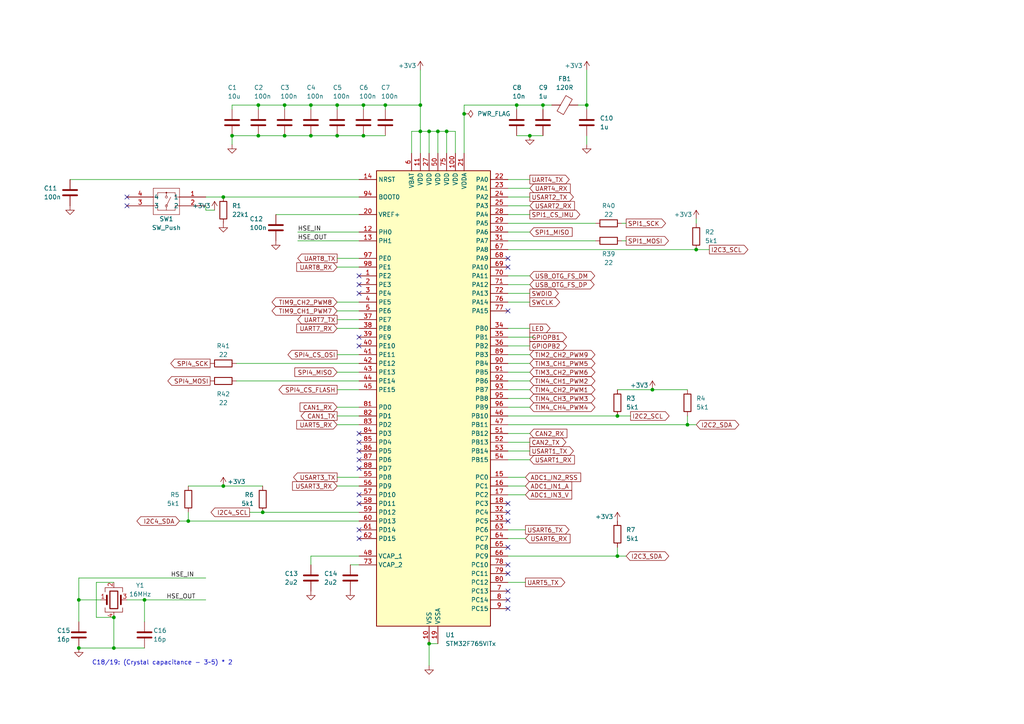
<source format=kicad_sch>
(kicad_sch (version 20231120) (generator "eeschema") (generator_version "8.0")
  (paper "A4")
  (lib_symbols
    (symbol "Device:C" (pin_numbers hide) (pin_names (offset 0.254))
      (property "Reference" "C" (at 0.635 2.54 0))
      (property "Value" "C" (at 0.635 -2.54 0))
      (symbol "C_0_1"
        (polyline (pts (xy -2.032 -0.762) (xy 2.032 -0.762)) (stroke (width 0.508)))
        (polyline (pts (xy -2.032 0.762) (xy 2.032 0.762)) (stroke (width 0.508)))
      )
      (symbol "C_1_1"
        (pin passive line (at 0 3.81 270) (length 2.794) (name "~") (number "1"))
        (pin passive line (at 0 -3.81 90) (length 2.794) (name "~") (number "2"))
      )
    )
    (symbol "Device:Crystal_GND24" (pin_names (offset 1.016) hide)
      (property "Reference" "Y" (at 3.175 5.08 0))
      (property "Value" "Crystal_GND24" (at 3.175 3.175 0))
      (symbol "Crystal_GND24_0_1"
        (rectangle (start -1.143 2.54) (end 1.143 -2.54) (stroke (width 0.3048)))
        (polyline (pts (xy -2.54 0) (xy -2.032 0)))
        (polyline (pts (xy -2.032 -1.27) (xy -2.032 1.27)) (stroke (width 0.508)))
        (polyline (pts (xy 0 -3.81) (xy 0 -3.556)))
        (polyline (pts (xy 0 3.556) (xy 0 3.81)))
        (polyline (pts (xy 2.032 -1.27) (xy 2.032 1.27)) (stroke (width 0.508)))
        (polyline (pts (xy 2.032 0) (xy 2.54 0)))
        (polyline (pts (xy -2.54 -2.286) (xy -2.54 -3.556) (xy 2.54 -3.556) (xy 2.54 -2.286)))
        (polyline (pts (xy -2.54 2.286) (xy -2.54 3.556) (xy 2.54 3.556) (xy 2.54 2.286)))
      )
      (symbol "Crystal_GND24_1_1"
        (pin passive line (at -3.81 0 0) (length 1.27) (name "1") (number "1"))
        (pin passive line (at 0 5.08 270) (length 1.27) (name "2") (number "2"))
        (pin passive line (at 3.81 0 180) (length 1.27) (name "3") (number "3"))
        (pin passive line (at 0 -5.08 90) (length 1.27) (name "4") (number "4"))
      )
    )
    (symbol "Device:FerriteBead" (pin_numbers hide) (pin_names (offset 0))
      (property "Reference" "FB" (at -3.81 0.635 90))
      (property "Value" "FerriteBead" (at 3.81 0 90))
      (symbol "FerriteBead_0_1"
        (polyline (pts (xy 0 -1.27) (xy 0 -1.2192)))
        (polyline (pts (xy 0 1.27) (xy 0 1.2954)))
        (polyline (pts (xy -2.7686 0.4064) (xy -1.7018 2.2606) (xy 2.7686 -0.3048) (xy 1.6764 -2.159) (xy -2.7686 0.4064)))
      )
      (symbol "FerriteBead_1_1"
        (pin passive line (at 0 3.81 270) (length 2.54) (name "~") (number "1"))
        (pin passive line (at 0 -3.81 90) (length 2.54) (name "~") (number "2"))
      )
    )
    (symbol "Device:R" (pin_numbers hide) (pin_names (offset 0))
      (property "Reference" "R" (at 2.032 0 90))
      (property "Value" "R" (at 0 0 90))
      (symbol "R_0_1"
        (rectangle (start -1.016 -2.54) (end 1.016 2.54) (stroke (width 0.254)))
      )
      (symbol "R_1_1"
        (pin passive line (at 0 3.81 270) (length 1.27) (name "~") (number "1"))
        (pin passive line (at 0 -3.81 90) (length 1.27) (name "~") (number "2"))
      )
    )
    (symbol "MCU_ST_STM32F7:STM32F765VITx"
      (property "Reference" "U" (at -15.24 67.31 0))
      (property "Value" "STM32F765VITx" (at 12.7 67.31 0))
      (symbol "STM32F765VITx_0_1"
        (rectangle (start -15.24 -66.04) (end 17.78 66.04) (stroke (width 0.254)) (fill (type background)))
      )
      (symbol "STM32F765VITx_1_1"
        (pin bidirectional line (at -20.32 35.56 0) (length 5.08) (name "PE2") (number "1"))
        (pin power_in line (at 0 -71.12 90) (length 5.08) (name "VSS") (number "10"))
        (pin power_in line (at 7.62 71.12 270) (length 5.08) (name "VDD") (number "100"))
        (pin power_in line (at -2.54 71.12 270) (length 5.08) (name "VDD") (number "11"))
        (pin bidirectional line (at -20.32 48.26 0) (length 5.08) (name "PH0") (number "12"))
        (pin bidirectional line (at -20.32 45.72 0) (length 5.08) (name "PH1") (number "13"))
        (pin input line (at -20.32 63.5 0) (length 5.08) (name "NRST") (number "14"))
        (pin bidirectional line (at 22.86 -22.86 180) (length 5.08) (name "PC0") (number "15"))
        (pin bidirectional line (at 22.86 -25.4 180) (length 5.08) (name "PC1") (number "16"))
        (pin bidirectional line (at 22.86 -27.94 180) (length 5.08) (name "PC2") (number "17"))
        (pin bidirectional line (at 22.86 -30.48 180) (length 5.08) (name "PC3") (number "18"))
        (pin power_in line (at 2.54 -71.12 90) (length 5.08) (name "VSSA") (number "19"))
        (pin bidirectional line (at -20.32 33.02 0) (length 5.08) (name "PE3") (number "2"))
        (pin input line (at -20.32 53.34 0) (length 5.08) (name "VREF+") (number "20"))
        (pin power_in line (at 10.16 71.12 270) (length 5.08) (name "VDDA") (number "21"))
        (pin bidirectional line (at 22.86 63.5 180) (length 5.08) (name "PA0") (number "22"))
        (pin bidirectional line (at 22.86 60.96 180) (length 5.08) (name "PA1") (number "23"))
        (pin bidirectional line (at 22.86 58.42 180) (length 5.08) (name "PA2") (number "24"))
        (pin bidirectional line (at 22.86 55.88 180) (length 5.08) (name "PA3") (number "25"))
        (pin passive line (at 0 -71.12 90) (length 5.08) hide (name "VSS") (number "26"))
        (pin power_in line (at 0 71.12 270) (length 5.08) (name "VDD") (number "27"))
        (pin bidirectional line (at 22.86 53.34 180) (length 5.08) (name "PA4") (number "28"))
        (pin bidirectional line (at 22.86 50.8 180) (length 5.08) (name "PA5") (number "29"))
        (pin bidirectional line (at -20.32 30.48 0) (length 5.08) (name "PE4") (number "3"))
        (pin bidirectional line (at 22.86 48.26 180) (length 5.08) (name "PA6") (number "30"))
        (pin bidirectional line (at 22.86 45.72 180) (length 5.08) (name "PA7") (number "31"))
        (pin bidirectional line (at 22.86 -33.02 180) (length 5.08) (name "PC4") (number "32"))
        (pin bidirectional line (at 22.86 -35.56 180) (length 5.08) (name "PC5") (number "33"))
        (pin bidirectional line (at 22.86 20.32 180) (length 5.08) (name "PB0") (number "34"))
        (pin bidirectional line (at 22.86 17.78 180) (length 5.08) (name "PB1") (number "35"))
        (pin bidirectional line (at 22.86 15.24 180) (length 5.08) (name "PB2") (number "36"))
        (pin bidirectional line (at -20.32 22.86 0) (length 5.08) (name "PE7") (number "37"))
        (pin bidirectional line (at -20.32 20.32 0) (length 5.08) (name "PE8") (number "38"))
        (pin bidirectional line (at -20.32 17.78 0) (length 5.08) (name "PE9") (number "39"))
        (pin bidirectional line (at -20.32 27.94 0) (length 5.08) (name "PE5") (number "4"))
        (pin bidirectional line (at -20.32 15.24 0) (length 5.08) (name "PE10") (number "40"))
        (pin bidirectional line (at -20.32 12.7 0) (length 5.08) (name "PE11") (number "41"))
        (pin bidirectional line (at -20.32 10.16 0) (length 5.08) (name "PE12") (number "42"))
        (pin bidirectional line (at -20.32 7.62 0) (length 5.08) (name "PE13") (number "43"))
        (pin bidirectional line (at -20.32 5.08 0) (length 5.08) (name "PE14") (number "44"))
        (pin bidirectional line (at -20.32 2.54 0) (length 5.08) (name "PE15") (number "45"))
        (pin bidirectional line (at 22.86 -5.08 180) (length 5.08) (name "PB10") (number "46"))
        (pin bidirectional line (at 22.86 -7.62 180) (length 5.08) (name "PB11") (number "47"))
        (pin power_out line (at -20.32 -45.72 0) (length 5.08) (name "VCAP_1") (number "48"))
        (pin passive line (at 0 -71.12 90) (length 5.08) hide (name "VSS") (number "49"))
        (pin bidirectional line (at -20.32 25.4 0) (length 5.08) (name "PE6") (number "5"))
        (pin power_in line (at 2.54 71.12 270) (length 5.08) (name "VDD") (number "50"))
        (pin bidirectional line (at 22.86 -10.16 180) (length 5.08) (name "PB12") (number "51"))
        (pin bidirectional line (at 22.86 -12.7 180) (length 5.08) (name "PB13") (number "52"))
        (pin bidirectional line (at 22.86 -15.24 180) (length 5.08) (name "PB14") (number "53"))
        (pin bidirectional line (at 22.86 -17.78 180) (length 5.08) (name "PB15") (number "54"))
        (pin bidirectional line (at -20.32 -22.86 0) (length 5.08) (name "PD8") (number "55"))
        (pin bidirectional line (at -20.32 -25.4 0) (length 5.08) (name "PD9") (number "56"))
        (pin bidirectional line (at -20.32 -27.94 0) (length 5.08) (name "PD10") (number "57"))
        (pin bidirectional line (at -20.32 -30.48 0) (length 5.08) (name "PD11") (number "58"))
        (pin bidirectional line (at -20.32 -33.02 0) (length 5.08) (name "PD12") (number "59"))
        (pin power_in line (at -5.08 71.12 270) (length 5.08) (name "VBAT") (number "6"))
        (pin bidirectional line (at -20.32 -35.56 0) (length 5.08) (name "PD13") (number "60"))
        (pin bidirectional line (at -20.32 -38.1 0) (length 5.08) (name "PD14") (number "61"))
        (pin bidirectional line (at -20.32 -40.64 0) (length 5.08) (name "PD15") (number "62"))
        (pin bidirectional line (at 22.86 -38.1 180) (length 5.08) (name "PC6") (number "63"))
        (pin bidirectional line (at 22.86 -40.64 180) (length 5.08) (name "PC7") (number "64"))
        (pin bidirectional line (at 22.86 -43.18 180) (length 5.08) (name "PC8") (number "65"))
        (pin bidirectional line (at 22.86 -45.72 180) (length 5.08) (name "PC9") (number "66"))
        (pin bidirectional line (at 22.86 43.18 180) (length 5.08) (name "PA8") (number "67"))
        (pin bidirectional line (at 22.86 40.64 180) (length 5.08) (name "PA9") (number "68"))
        (pin bidirectional line (at 22.86 38.1 180) (length 5.08) (name "PA10") (number "69"))
        (pin bidirectional line (at 22.86 -55.88 180) (length 5.08) (name "PC13") (number "7"))
        (pin bidirectional line (at 22.86 35.56 180) (length 5.08) (name "PA11") (number "70"))
        (pin bidirectional line (at 22.86 33.02 180) (length 5.08) (name "PA12") (number "71"))
        (pin bidirectional line (at 22.86 30.48 180) (length 5.08) (name "PA13") (number "72"))
        (pin power_out line (at -20.32 -48.26 0) (length 5.08) (name "VCAP_2") (number "73"))
        (pin passive line (at 0 -71.12 90) (length 5.08) hide (name "VSS") (number "74"))
        (pin power_in line (at 5.08 71.12 270) (length 5.08) (name "VDD") (number "75"))
        (pin bidirectional line (at 22.86 27.94 180) (length 5.08) (name "PA14") (number "76"))
        (pin bidirectional line (at 22.86 25.4 180) (length 5.08) (name "PA15") (number "77"))
        (pin bidirectional line (at 22.86 -48.26 180) (length 5.08) (name "PC10") (number "78"))
        (pin bidirectional line (at 22.86 -50.8 180) (length 5.08) (name "PC11") (number "79"))
        (pin bidirectional line (at 22.86 -58.42 180) (length 5.08) (name "PC14") (number "8"))
        (pin bidirectional line (at 22.86 -53.34 180) (length 5.08) (name "PC12") (number "80"))
        (pin bidirectional line (at -20.32 -2.54 0) (length 5.08) (name "PD0") (number "81"))
        (pin bidirectional line (at -20.32 -5.08 0) (length 5.08) (name "PD1") (number "82"))
        (pin bidirectional line (at -20.32 -7.62 0) (length 5.08) (name "PD2") (number "83"))
        (pin bidirectional line (at -20.32 -10.16 0) (length 5.08) (name "PD3") (number "84"))
        (pin bidirectional line (at -20.32 -12.7 0) (length 5.08) (name "PD4") (number "85"))
        (pin bidirectional line (at -20.32 -15.24 0) (length 5.08) (name "PD5") (number "86"))
        (pin bidirectional line (at -20.32 -17.78 0) (length 5.08) (name "PD6") (number "87"))
        (pin bidirectional line (at -20.32 -20.32 0) (length 5.08) (name "PD7") (number "88"))
        (pin bidirectional line (at 22.86 12.7 180) (length 5.08) (name "PB3") (number "89"))
        (pin bidirectional line (at 22.86 -60.96 180) (length 5.08) (name "PC15") (number "9"))
        (pin bidirectional line (at 22.86 10.16 180) (length 5.08) (name "PB4") (number "90"))
        (pin bidirectional line (at 22.86 7.62 180) (length 5.08) (name "PB5") (number "91"))
        (pin bidirectional line (at 22.86 5.08 180) (length 5.08) (name "PB6") (number "92"))
        (pin bidirectional line (at 22.86 2.54 180) (length 5.08) (name "PB7") (number "93"))
        (pin input line (at -20.32 58.42 0) (length 5.08) (name "BOOT0") (number "94"))
        (pin bidirectional line (at 22.86 0 180) (length 5.08) (name "PB8") (number "95"))
        (pin bidirectional line (at 22.86 -2.54 180) (length 5.08) (name "PB9") (number "96"))
        (pin bidirectional line (at -20.32 40.64 0) (length 5.08) (name "PE0") (number "97"))
        (pin bidirectional line (at -20.32 38.1 0) (length 5.08) (name "PE1") (number "98"))
        (pin passive line (at 0 -71.12 90) (length 5.08) hide (name "VSS") (number "99"))
      )
    )
    (symbol "Project_Library:EVP-AA602W" (pin_names (offset 0.254))
      (property "Reference" "SW" (at 11.43 7.62 0))
      (property "Value" "EVP-AA602W" (at 10.16 5.08 0))
      (symbol "EVP-AA602W_0_1"
        (polyline (pts (xy 7.62 -5.08) (xy 15.24 -5.08)) (stroke (width 0.127)))
        (polyline (pts (xy 7.62 -2.54) (xy 8.89 -2.54)) (stroke (width 0.127)))
        (polyline (pts (xy 7.62 0) (xy 8.89 0)) (stroke (width 0.127)))
        (polyline (pts (xy 7.62 2.54) (xy 7.62 -5.08)) (stroke (width 0.127)))
        (polyline (pts (xy 8.89 -3.81) (xy 13.97 -3.81)) (stroke (width 0.127)))
        (polyline (pts (xy 8.89 -2.54) (xy 8.89 -3.81)) (stroke (width 0.127)))
        (polyline (pts (xy 8.89 1.27) (xy 8.89 0)) (stroke (width 0.127)))
        (polyline (pts (xy 11.43 -3.81) (xy 11.43 -2.8575)) (stroke (width 0.127)))
        (polyline (pts (xy 11.43 -2.54) (xy 10.16 0)) (stroke (width 0.127)))
        (polyline (pts (xy 11.43 0.3175) (xy 11.43 1.27)) (stroke (width 0.127)))
        (polyline (pts (xy 13.97 -3.81) (xy 13.97 -2.54)) (stroke (width 0.127)))
        (polyline (pts (xy 13.97 -2.54) (xy 15.24 -2.54)) (stroke (width 0.127)))
        (polyline (pts (xy 13.97 0) (xy 13.97 1.27)) (stroke (width 0.127)))
        (polyline (pts (xy 13.97 0) (xy 15.24 0)) (stroke (width 0.127)))
        (polyline (pts (xy 13.97 1.27) (xy 8.89 1.27)) (stroke (width 0.127)))
        (polyline (pts (xy 15.24 -5.08) (xy 15.24 2.54)) (stroke (width 0.127)))
        (polyline (pts (xy 15.24 2.54) (xy 7.62 2.54)) (stroke (width 0.127)))
        (circle (center 11.43 -2.54) (radius 0.3048) (stroke (width 0.127)))
        (circle (center 11.43 0) (radius 0.3048) (stroke (width 0.127)))
        (circle (center 11.43 1.27) (radius 0.127) (stroke (width 0.2032)))
        (pin unspecified line (at 0 0 0) (length 7.62) (name "1") (number "1"))
        (pin unspecified line (at 0 -2.54 0) (length 7.62) (name "2") (number "2"))
        (pin unspecified line (at 22.86 -2.54 180) (length 7.62) (name "3") (number "3"))
        (pin unspecified line (at 22.86 0 180) (length 7.62) (name "4") (number "4"))
      )
    )
    (symbol "power:+3V3" (power) (pin_names (offset 0))
      (property "Value" "+3V3" (at 0 3.556 0))
      (symbol "+3V3_0_1"
        (polyline (pts (xy -0.762 1.27) (xy 0 2.54)))
        (polyline (pts (xy 0 0) (xy 0 2.54)))
        (polyline (pts (xy 0 2.54) (xy 0.762 1.27)))
      )
      (symbol "+3V3_1_1"
        (pin power_in line (at 0 0 90) (length 0) hide (name "+3V3") (number "1"))
      )
    )
    (symbol "power:GND" (power) (pin_names (offset 0))
      (property "Value" "GND" (at 0 -3.81 0))
      (symbol "GND_0_1"
        (polyline (pts (xy 0 0) (xy 0 -1.27) (xy 1.27 -1.27) (xy 0 -2.54) (xy -1.27 -1.27) (xy 0 -1.27)))
      )
      (symbol "GND_1_1"
        (pin power_in line (at 0 0 270) (length 0) hide (name "GND") (number "1"))
      )
    )
    (symbol "power:PWR_FLAG" (power) (pin_numbers hide) (pin_names (offset 0) hide)
      (property "Value" "PWR_FLAG" (at 0 3.81 0))
      (symbol "PWR_FLAG_0_0"
        (pin power_out line (at 0 0 90) (length 0) (name "pwr") (number "1"))
      )
      (symbol "PWR_FLAG_0_1"
        (polyline (pts (xy 0 0) (xy 0 1.27) (xy -1.016 1.905) (xy 0 2.54) (xy 1.016 1.905) (xy 0 1.27)))
      )
    )
  )
  (junction (at 22.86 173.99))
  (junction (at 54.61 151.13))
  (junction (at 189.23 113.03))
  (junction (at 97.79 30.48))
  (junction (at 124.46 38.1))
  (junction (at 41.91 173.99))
  (junction (at 201.93 72.39))
  (junction (at 67.31 39.37))
  (junction (at 97.79 39.37))
  (junction (at 76.2 148.59))
  (junction (at 33.02 187.96))
  (junction (at 90.17 30.48))
  (junction (at 82.55 30.48))
  (junction (at 22.86 187.96))
  (junction (at 124.46 186.69))
  (junction (at 127 38.1))
  (junction (at 157.48 30.48))
  (junction (at 153.67 39.37))
  (junction (at 170.18 30.48))
  (junction (at 64.77 57.15))
  (junction (at 179.07 120.65))
  (junction (at 129.54 38.1))
  (junction (at 121.92 30.48))
  (junction (at 90.17 39.37))
  (junction (at 74.93 30.48))
  (junction (at 105.41 39.37))
  (junction (at 149.86 30.48))
  (junction (at 64.77 140.97))
  (junction (at 105.41 30.48))
  (junction (at 199.39 123.19))
  (junction (at 33.02 179.07))
  (junction (at 134.62 33.02))
  (junction (at 74.93 39.37))
  (junction (at 121.92 38.1))
  (junction (at 111.76 30.48))
  (junction (at 82.55 39.37))
  (junction (at 179.07 161.29))
  (no_connect (at 147.32 148.59))
  (no_connect (at 147.32 74.93))
  (no_connect (at 147.32 77.47))
  (no_connect (at 147.32 163.83))
  (no_connect (at 147.32 173.99))
  (no_connect (at 104.14 130.81))
  (no_connect (at 147.32 171.45))
  (no_connect (at 104.14 80.01))
  (no_connect (at 104.14 85.09))
  (no_connect (at 147.32 158.75))
  (no_connect (at 36.83 59.69))
  (no_connect (at 104.14 146.05))
  (no_connect (at 147.32 166.37))
  (no_connect (at 104.14 82.55))
  (no_connect (at 104.14 133.35))
  (no_connect (at 147.32 151.13))
  (no_connect (at 104.14 128.27))
  (no_connect (at 104.14 143.51))
  (no_connect (at 147.32 146.05))
  (no_connect (at 147.32 176.53))
  (no_connect (at 36.83 57.15))
  (no_connect (at 104.14 100.33))
  (no_connect (at 104.14 135.89))
  (no_connect (at 104.14 156.21))
  (no_connect (at 104.14 125.73))
  (no_connect (at 104.14 153.67))
  (no_connect (at 147.32 90.17))
  (no_connect (at 104.14 97.79))
  (wire (pts (xy 181.61 161.29) (xy 179.07 161.29)))
  (wire (pts (xy 124.46 38.1) (xy 127 38.1)))
  (wire (pts (xy 124.46 186.69) (xy 124.46 193.04)))
  (wire (pts (xy 104.14 120.65) (xy 97.79 120.65)))
  (wire (pts (xy 179.07 161.29) (xy 179.07 158.75)))
  (wire (pts (xy 80.01 62.23) (xy 104.14 62.23)))
  (wire (pts (xy 129.54 38.1) (xy 129.54 44.45)))
  (wire (pts (xy 149.86 30.48) (xy 157.48 30.48)))
  (wire (pts (xy 147.32 161.29) (xy 179.07 161.29)))
  (wire (pts (xy 149.86 31.75) (xy 149.86 30.48)))
  (wire (pts (xy 147.32 97.79) (xy 154.94 97.79)))
  (wire (pts (xy 33.02 168.91) (xy 27.94 168.91)))
  (wire (pts (xy 33.02 179.07) (xy 33.02 187.96)))
  (wire (pts (xy 104.14 118.11) (xy 97.79 118.11)))
  (wire (pts (xy 41.91 173.99) (xy 36.83 173.99)))
  (wire (pts (xy 147.32 82.55) (xy 153.67 82.55)))
  (wire (pts (xy 97.79 113.03) (xy 104.14 113.03)))
  (wire (pts (xy 201.93 63.5) (xy 201.93 64.77)))
  (wire (pts (xy 152.4 153.67) (xy 147.32 153.67)))
  (wire (pts (xy 97.79 30.48) (xy 105.41 30.48)))
  (wire (pts (xy 97.79 77.47) (xy 104.14 77.47)))
  (wire (pts (xy 205.74 72.39) (xy 201.93 72.39)))
  (wire (pts (xy 82.55 30.48) (xy 90.17 30.48)))
  (wire (pts (xy 22.86 187.96) (xy 33.02 187.96)))
  (wire (pts (xy 97.79 74.93) (xy 104.14 74.93)))
  (wire (pts (xy 189.23 113.03) (xy 199.39 113.03)))
  (wire (pts (xy 90.17 163.83) (xy 90.17 161.29)))
  (wire (pts (xy 62.23 60.96) (xy 59.69 60.96)))
  (wire (pts (xy 64.77 57.15) (xy 104.14 57.15)))
  (wire (pts (xy 157.48 31.75) (xy 157.48 30.48)))
  (wire (pts (xy 33.02 179.07) (xy 27.94 179.07)))
  (wire (pts (xy 147.32 54.61) (xy 153.67 54.61)))
  (wire (pts (xy 149.86 39.37) (xy 153.67 39.37)))
  (wire (pts (xy 67.31 39.37) (xy 74.93 39.37)))
  (wire (pts (xy 104.14 107.95) (xy 97.79 107.95)))
  (wire (pts (xy 147.32 85.09) (xy 153.67 85.09)))
  (wire (pts (xy 111.76 30.48) (xy 121.92 30.48)))
  (wire (pts (xy 182.88 120.65) (xy 179.07 120.65)))
  (wire (pts (xy 22.86 173.99) (xy 22.86 180.34)))
  (wire (pts (xy 153.67 95.25) (xy 147.32 95.25)))
  (wire (pts (xy 147.32 133.35) (xy 153.67 133.35)))
  (wire (pts (xy 147.32 125.73) (xy 153.67 125.73)))
  (wire (pts (xy 147.32 128.27) (xy 153.67 128.27)))
  (wire (pts (xy 147.32 57.15) (xy 153.67 57.15)))
  (wire (pts (xy 64.77 140.97) (xy 54.61 140.97)))
  (wire (pts (xy 67.31 41.91) (xy 67.31 39.37)))
  (wire (pts (xy 147.32 69.85) (xy 172.72 69.85)))
  (wire (pts (xy 86.36 67.31) (xy 104.14 67.31)))
  (wire (pts (xy 147.32 62.23) (xy 153.67 62.23)))
  (wire (pts (xy 147.32 113.03) (xy 153.67 113.03)))
  (wire (pts (xy 97.79 138.43) (xy 104.14 138.43)))
  (wire (pts (xy 180.34 69.85) (xy 181.61 69.85)))
  (wire (pts (xy 153.67 118.11) (xy 147.32 118.11)))
  (wire (pts (xy 97.79 140.97) (xy 104.14 140.97)))
  (wire (pts (xy 90.17 30.48) (xy 90.17 31.75)))
  (wire (pts (xy 67.31 30.48) (xy 74.93 30.48)))
  (wire (pts (xy 82.55 39.37) (xy 90.17 39.37)))
  (wire (pts (xy 22.86 167.64) (xy 59.69 167.64)))
  (wire (pts (xy 121.92 20.32) (xy 121.92 30.48)))
  (wire (pts (xy 129.54 38.1) (xy 132.08 38.1)))
  (wire (pts (xy 104.14 148.59) (xy 76.2 148.59)))
  (wire (pts (xy 134.62 30.48) (xy 149.86 30.48)))
  (wire (pts (xy 119.38 38.1) (xy 121.92 38.1)))
  (wire (pts (xy 124.46 38.1) (xy 124.46 44.45)))
  (wire (pts (xy 41.91 173.99) (xy 41.91 180.34)))
  (wire (pts (xy 76.2 140.97) (xy 64.77 140.97)))
  (wire (pts (xy 147.32 102.87) (xy 153.67 102.87)))
  (wire (pts (xy 59.69 57.15) (xy 64.77 57.15)))
  (wire (pts (xy 52.07 151.13) (xy 54.61 151.13)))
  (wire (pts (xy 147.32 107.95) (xy 153.67 107.95)))
  (wire (pts (xy 104.14 90.17) (xy 97.79 90.17)))
  (wire (pts (xy 68.58 110.49) (xy 104.14 110.49)))
  (wire (pts (xy 27.94 168.91) (xy 27.94 179.07)))
  (wire (pts (xy 121.92 38.1) (xy 121.92 44.45)))
  (wire (pts (xy 147.32 123.19) (xy 199.39 123.19)))
  (wire (pts (xy 105.41 30.48) (xy 111.76 30.48)))
  (wire (pts (xy 105.41 39.37) (xy 111.76 39.37)))
  (wire (pts (xy 147.32 52.07) (xy 153.67 52.07)))
  (wire (pts (xy 121.92 38.1) (xy 124.46 38.1)))
  (wire (pts (xy 147.32 72.39) (xy 201.93 72.39)))
  (wire (pts (xy 157.48 30.48) (xy 160.02 30.48)))
  (wire (pts (xy 74.93 30.48) (xy 74.93 31.75)))
  (wire (pts (xy 153.67 39.37) (xy 157.48 39.37)))
  (wire (pts (xy 97.79 95.25) (xy 104.14 95.25)))
  (wire (pts (xy 33.02 187.96) (xy 41.91 187.96)))
  (wire (pts (xy 119.38 44.45) (xy 119.38 38.1)))
  (wire (pts (xy 170.18 39.37) (xy 170.18 41.91)))
  (wire (pts (xy 147.32 80.01) (xy 153.67 80.01)))
  (wire (pts (xy 132.08 38.1) (xy 132.08 44.45)))
  (wire (pts (xy 147.32 105.41) (xy 153.67 105.41)))
  (wire (pts (xy 170.18 31.75) (xy 170.18 30.48)))
  (wire (pts (xy 97.79 92.71) (xy 104.14 92.71)))
  (wire (pts (xy 152.4 156.21) (xy 147.32 156.21)))
  (wire (pts (xy 147.32 110.49) (xy 153.67 110.49)))
  (wire (pts (xy 127 38.1) (xy 129.54 38.1)))
  (wire (pts (xy 127 38.1) (xy 127 44.45)))
  (wire (pts (xy 59.69 60.96) (xy 59.69 59.69)))
  (wire (pts (xy 152.4 140.97) (xy 147.32 140.97)))
  (wire (pts (xy 72.39 148.59) (xy 76.2 148.59)))
  (wire (pts (xy 167.64 30.48) (xy 170.18 30.48)))
  (wire (pts (xy 147.32 100.33) (xy 153.67 100.33)))
  (wire (pts (xy 170.18 20.32) (xy 170.18 30.48)))
  (wire (pts (xy 90.17 161.29) (xy 104.14 161.29)))
  (wire (pts (xy 41.91 173.99) (xy 59.69 173.99)))
  (wire (pts (xy 201.93 123.19) (xy 199.39 123.19)))
  (wire (pts (xy 101.6 163.83) (xy 104.14 163.83)))
  (wire (pts (xy 90.17 39.37) (xy 97.79 39.37)))
  (wire (pts (xy 152.4 138.43) (xy 147.32 138.43)))
  (wire (pts (xy 147.32 120.65) (xy 179.07 120.65)))
  (wire (pts (xy 54.61 151.13) (xy 54.61 148.59)))
  (wire (pts (xy 134.62 30.48) (xy 134.62 33.02)))
  (wire (pts (xy 152.4 168.91) (xy 147.32 168.91)))
  (wire (pts (xy 147.32 87.63) (xy 153.67 87.63)))
  (wire (pts (xy 90.17 30.48) (xy 97.79 30.48)))
  (wire (pts (xy 134.62 33.02) (xy 134.62 44.45)))
  (wire (pts (xy 180.34 64.77) (xy 181.61 64.77)))
  (wire (pts (xy 179.07 113.03) (xy 189.23 113.03)))
  (wire (pts (xy 22.86 173.99) (xy 29.21 173.99)))
  (wire (pts (xy 74.93 39.37) (xy 82.55 39.37)))
  (wire (pts (xy 104.14 87.63) (xy 97.79 87.63)))
  (wire (pts (xy 147.32 130.81) (xy 153.67 130.81)))
  (wire (pts (xy 152.4 143.51) (xy 147.32 143.51)))
  (wire (pts (xy 111.76 31.75) (xy 111.76 30.48)))
  (wire (pts (xy 124.46 186.69) (xy 127 186.69)))
  (wire (pts (xy 86.36 69.85) (xy 104.14 69.85)))
  (wire (pts (xy 104.14 151.13) (xy 54.61 151.13)))
  (wire (pts (xy 121.92 30.48) (xy 121.92 38.1)))
  (wire (pts (xy 20.32 52.07) (xy 104.14 52.07)))
  (wire (pts (xy 97.79 39.37) (xy 105.41 39.37)))
  (wire (pts (xy 104.14 102.87) (xy 97.79 102.87)))
  (wire (pts (xy 97.79 30.48) (xy 97.79 31.75)))
  (wire (pts (xy 74.93 30.48) (xy 82.55 30.48)))
  (wire (pts (xy 153.67 115.57) (xy 147.32 115.57)))
  (wire (pts (xy 105.41 30.48) (xy 105.41 31.75)))
  (wire (pts (xy 147.32 64.77) (xy 172.72 64.77)))
  (wire (pts (xy 68.58 105.41) (xy 104.14 105.41)))
  (wire (pts (xy 147.32 59.69) (xy 153.67 59.69)))
  (wire (pts (xy 199.39 123.19) (xy 199.39 120.65)))
  (wire (pts (xy 67.31 31.75) (xy 67.31 30.48)))
  (wire (pts (xy 22.86 167.64) (xy 22.86 173.99)))
  (wire (pts (xy 97.79 123.19) (xy 104.14 123.19)))
  (wire (pts (xy 147.32 67.31) (xy 153.67 67.31)))
  (wire (pts (xy 82.55 30.48) (xy 82.55 31.75)))
  (text "C18/19: (Crystal capacitance - 3~5) * 2" (at 26.67 193.04 0) (effects (font (size 1.27 1.27)) (justify left bottom)))
  (label "HSE_IN" (at 49.53 167.64 0))
  (label "HSE_IN" (at 86.36 67.31 0))
  (label "HSE_OUT" (at 86.36 69.85 0))
  (label "HSE_OUT" (at 48.26 173.99 0))
  (global_label "USB_OTG_FS_DM" (shape bidirectional) (at 153.67 80.01 0) (property "Intersheetrefs" "${INTERSHEET_REFS}" (effects (hide yes))))
  (global_label "SPI1_CS_IMU" (shape output) (at 153.67 62.23 0) (property "Intersheetrefs" "${INTERSHEET_REFS}" (effects (hide yes))))
  (global_label "SWDIO" (shape output) (at 153.67 85.09 0) (property "Intersheetrefs" "${INTERSHEET_REFS}" (effects (hide yes))))
  (global_label "USART1_RX" (shape input) (at 153.67 133.35 0) (property "Intersheetrefs" "${INTERSHEET_REFS}" (effects (hide yes))))
  (global_label "SPI4_MISO" (shape input) (at 97.79 107.95 180) (property "Intersheetrefs" "${INTERSHEET_REFS}" (effects (hide yes))))
  (global_label "TIM9_CH2_PWM8" (shape bidirectional) (at 97.79 87.63 180) (property "Intersheetrefs" "${INTERSHEET_REFS}" (effects (hide yes))))
  (global_label "CAN2_RX" (shape input) (at 153.67 125.73 0) (property "Intersheetrefs" "${INTERSHEET_REFS}" (effects (hide yes))))
  (global_label "USART2_RX" (shape input) (at 153.67 59.69 0) (property "Intersheetrefs" "${INTERSHEET_REFS}" (effects (hide yes))))
  (global_label "SPI1_MOSI" (shape output) (at 181.61 69.85 0) (property "Intersheetrefs" "${INTERSHEET_REFS}" (effects (hide yes))))
  (global_label "I2C2_SCL" (shape output) (at 182.88 120.65 0) (property "Intersheetrefs" "${INTERSHEET_REFS}" (effects (hide yes))))
  (global_label "UART8_TX" (shape output) (at 97.79 74.93 180) (property "Intersheetrefs" "${INTERSHEET_REFS}" (effects (hide yes))))
  (global_label "I2C3_SDA" (shape bidirectional) (at 181.61 161.29 0) (property "Intersheetrefs" "${INTERSHEET_REFS}" (effects (hide yes))))
  (global_label "GPIOPB1" (shape output) (at 153.67 97.79 0) (property "Intersheetrefs" "${INTERSHEET_REFS}" (effects (hide yes))))
  (global_label "USART3_TX" (shape output) (at 97.79 138.43 180) (property "Intersheetrefs" "${INTERSHEET_REFS}" (effects (hide yes))))
  (global_label "GPIOPB2" (shape output) (at 153.67 100.33 0) (property "Intersheetrefs" "${INTERSHEET_REFS}" (effects (hide yes))))
  (global_label "I2C2_SDA" (shape bidirectional) (at 201.93 123.19 0) (property "Intersheetrefs" "${INTERSHEET_REFS}" (effects (hide yes))))
  (global_label "I2C4_SCL" (shape output) (at 72.39 148.59 180) (property "Intersheetrefs" "${INTERSHEET_REFS}" (effects (hide yes))))
  (global_label "SPI1_SCK" (shape output) (at 181.61 64.77 0) (property "Intersheetrefs" "${INTERSHEET_REFS}" (effects (hide yes))))
  (global_label "I2C4_SDA" (shape bidirectional) (at 52.07 151.13 180) (property "Intersheetrefs" "${INTERSHEET_REFS}" (effects (hide yes))))
  (global_label "SWCLK" (shape output) (at 153.67 87.63 0) (property "Intersheetrefs" "${INTERSHEET_REFS}" (effects (hide yes))))
  (global_label "LED" (shape output) (at 153.67 95.25 0) (property "Intersheetrefs" "${INTERSHEET_REFS}" (effects (hide yes))))
  (global_label "UART8_RX" (shape input) (at 97.79 77.47 180) (property "Intersheetrefs" "${INTERSHEET_REFS}" (effects (hide yes))))
  (global_label "CAN1_TX" (shape output) (at 97.79 120.65 180) (property "Intersheetrefs" "${INTERSHEET_REFS}" (effects (hide yes))))
  (global_label "USART6_TX" (shape output) (at 152.4 153.67 0) (property "Intersheetrefs" "${INTERSHEET_REFS}" (effects (hide yes))))
  (global_label "USART1_TX" (shape output) (at 153.67 130.81 0) (property "Intersheetrefs" "${INTERSHEET_REFS}" (effects (hide yes))))
  (global_label "UART5_RX" (shape input) (at 97.79 123.19 180) (property "Intersheetrefs" "${INTERSHEET_REFS}" (effects (hide yes))))
  (global_label "USART2_TX" (shape output) (at 153.67 57.15 0) (property "Intersheetrefs" "${INTERSHEET_REFS}" (effects (hide yes))))
  (global_label "UART4_TX" (shape output) (at 153.67 52.07 0) (property "Intersheetrefs" "${INTERSHEET_REFS}" (effects (hide yes))))
  (global_label "ADC1_IN3_V" (shape input) (at 152.4 143.51 0) (property "Intersheetrefs" "${INTERSHEET_REFS}" (effects (hide yes))))
  (global_label "ADC1_IN2_RSS" (shape input) (at 152.4 138.43 0) (property "Intersheetrefs" "${INTERSHEET_REFS}" (effects (hide yes))))
  (global_label "CAN1_RX" (shape input) (at 97.79 118.11 180) (property "Intersheetrefs" "${INTERSHEET_REFS}" (effects (hide yes))))
  (global_label "TIM4_CH4_PWM4" (shape bidirectional) (at 153.67 118.11 0) (property "Intersheetrefs" "${INTERSHEET_REFS}" (effects (hide yes))))
  (global_label "I2C3_SCL" (shape output) (at 205.74 72.39 0) (property "Intersheetrefs" "${INTERSHEET_REFS}" (effects (hide yes))))
  (global_label "SPI4_SCK" (shape output) (at 60.96 105.41 180) (property "Intersheetrefs" "${INTERSHEET_REFS}" (effects (hide yes))))
  (global_label "CAN2_TX" (shape output) (at 153.67 128.27 0) (property "Intersheetrefs" "${INTERSHEET_REFS}" (effects (hide yes))))
  (global_label "TIM9_CH1_PWM7" (shape bidirectional) (at 97.79 90.17 180) (property "Intersheetrefs" "${INTERSHEET_REFS}" (effects (hide yes))))
  (global_label "TIM4_CH3_PWM3" (shape bidirectional) (at 153.67 115.57 0) (property "Intersheetrefs" "${INTERSHEET_REFS}" (effects (hide yes))))
  (global_label "SPI4_CS_OSI" (shape output) (at 97.79 102.87 180) (property "Intersheetrefs" "${INTERSHEET_REFS}" (effects (hide yes))))
  (global_label "SPI1_MISO" (shape input) (at 153.67 67.31 0) (property "Intersheetrefs" "${INTERSHEET_REFS}" (effects (hide yes))))
  (global_label "UART4_RX" (shape input) (at 153.67 54.61 0) (property "Intersheetrefs" "${INTERSHEET_REFS}" (effects (hide yes))))
  (global_label "TIM3_CH1_PWM5" (shape bidirectional) (at 153.67 105.41 0) (property "Intersheetrefs" "${INTERSHEET_REFS}" (effects (hide yes))))
  (global_label "SPI4_MOSI" (shape output) (at 60.96 110.49 180) (property "Intersheetrefs" "${INTERSHEET_REFS}" (effects (hide yes))))
  (global_label "UART7_RX" (shape input) (at 97.79 95.25 180) (property "Intersheetrefs" "${INTERSHEET_REFS}" (effects (hide yes))))
  (global_label "USART6_RX" (shape input) (at 152.4 156.21 0) (property "Intersheetrefs" "${INTERSHEET_REFS}" (effects (hide yes))))
  (global_label "TIM4_CH1_PWM2" (shape bidirectional) (at 153.67 110.49 0) (property "Intersheetrefs" "${INTERSHEET_REFS}" (effects (hide yes))))
  (global_label "SPI4_CS_FLASH" (shape output) (at 97.79 113.03 180) (property "Intersheetrefs" "${INTERSHEET_REFS}" (effects (hide yes))))
  (global_label "USB_OTG_FS_DP" (shape bidirectional) (at 153.67 82.55 0) (property "Intersheetrefs" "${INTERSHEET_REFS}" (effects (hide yes))))
  (global_label "UART7_TX" (shape output) (at 97.79 92.71 180) (property "Intersheetrefs" "${INTERSHEET_REFS}" (effects (hide yes))))
  (global_label "ADC1_IN1_A" (shape input) (at 152.4 140.97 0) (property "Intersheetrefs" "${INTERSHEET_REFS}" (effects (hide yes))))
  (global_label "USART3_RX" (shape input) (at 97.79 140.97 180) (property "Intersheetrefs" "${INTERSHEET_REFS}" (effects (hide yes))))
  (global_label "TIM4_CH2_PWM1" (shape bidirectional) (at 153.67 113.03 0) (property "Intersheetrefs" "${INTERSHEET_REFS}" (effects (hide yes))))
  (global_label "TIM3_CH2_PWM6" (shape bidirectional) (at 153.67 107.95 0) (property "Intersheetrefs" "${INTERSHEET_REFS}" (effects (hide yes))))
  (global_label "TIM2_CH2_PWM9" (shape bidirectional) (at 153.67 102.87 0) (property "Intersheetrefs" "${INTERSHEET_REFS}" (effects (hide yes))))
  (global_label "UART5_TX" (shape output) (at 152.4 168.91 0) (property "Intersheetrefs" "${INTERSHEET_REFS}" (effects (hide yes))))
  (symbol (lib_id "Device:C") (at 149.86 35.56 0) (unit 1)
    (property "Reference" "C8" (at 148.59 25.4 0) (effects (justify left)))
    (property "Value" "10n" (at 148.59 27.94 0) (effects (justify left)))
    (property "Footprint" "Project:C_0201_0603Metric" (effects (hide yes)))
    (property "Manufactorer" "Murata" (effects (hide yes)))
    (property "Part Number" "GRM033R61C103KA12D" (effects (hide yes)))
    (property "Voltage" "16" (effects (hide yes)))
    (property "Tolerance" "10%" (effects (hide yes)))
  )
  (symbol (lib_id "Device:C") (at 82.55 35.56 0) (unit 1)
    (property "Reference" "C3" (at 81.28 25.4 0) (effects (justify left)))
    (property "Value" "100n" (at 81.28 27.94 0) (effects (justify left)))
    (property "Footprint" "Project:C_0201_0603Metric" (effects (hide yes)))
    (property "Voltage" "16" (effects (hide yes)))
    (property "Manufactorer" "Murata" (effects (hide yes)))
    (property "Part Number" "GRM033R61C104KE14D" (effects (hide yes)))
    (property "Tolerance" "10%" (effects (hide yes)))
  )
  (symbol (lib_id "MCU_ST_STM32F7:STM32F765VITx") (at 124.46 115.57 0) (unit 1)
    (property "Reference" "U1" (at 129.1941 184.15 0) (effects (justify left)))
    (property "Value" "STM32F765VITx" (at 129.1941 186.69 0) (effects (justify left)))
    (property "Footprint" "Package_QFP:LQFP-100_14x14mm_P0.5mm" (effects (hide yes)))
    (property "Datasheet" "https://www.st.com/resource/en/datasheet/stm32f765vi.pdf" (effects (hide yes)))
    (property "Manufactorer" "STM" (effects (hide yes)))
    (property "Part Number" "STM32F765VIT6" (effects (hide yes)))
  )
  (symbol (lib_id "Device:R") (at 64.77 110.49 270) (unit 1)
    (property "Reference" "R42" (at 64.77 114.3 90))
    (property "Value" "22" (at 64.77 116.84 90))
    (property "Footprint" "Project:R_0201_0603Metric" (effects (hide yes)))
    (property "Manufactorer" "YAGEO" (effects (hide yes)))
    (property "Part Number" "RC0402FR-0722RP" (effects (hide yes)))
    (property "Tolerance" "1%" (effects (hide yes)))
  )
  (symbol (lib_id "power:GND") (at 124.46 193.04 0) (unit 1)
    (property "Reference" "#PWR017" (effects (hide yes)))
    (property "Value" "GND" (effects (hide yes)))
  )
  (symbol (lib_id "power:GND") (at 153.67 39.37 0) (unit 1)
    (property "Reference" "#PWR03" (effects (hide yes)))
    (property "Value" "GND" (effects (hide yes)))
  )
  (symbol (lib_id "Device:R") (at 54.61 144.78 0) (mirror y) (unit 1)
    (property "Reference" "R5" (at 52.07 143.51 0) (effects (justify left)))
    (property "Value" "5k1" (at 52.07 146.05 0) (effects (justify left)))
    (property "Footprint" "Project:R_0201_0603Metric" (effects (hide yes)))
    (property "Tolerance" "1%" (effects (hide yes)))
    (property "Manufactorer" "YAGEO" (effects (hide yes)))
    (property "Part Number" "RC0402FR-075K1L" (effects (hide yes)))
  )
  (symbol (lib_id "Device:R") (at 176.53 64.77 270) (unit 1)
    (property "Reference" "R40" (at 176.53 59.69 90))
    (property "Value" "22" (at 176.53 62.23 90))
    (property "Footprint" "Project:R_0201_0603Metric" (effects (hide yes)))
    (property "Manufactorer" "YAGEO" (effects (hide yes)))
    (property "Part Number" "RC0402FR-0722RP" (effects (hide yes)))
    (property "Tolerance" "1%" (effects (hide yes)))
  )
  (symbol (lib_id "Device:R") (at 76.2 144.78 0) (mirror y) (unit 1)
    (property "Reference" "R6" (at 73.66 143.51 0) (effects (justify left)))
    (property "Value" "5k1" (at 73.66 146.05 0) (effects (justify left)))
    (property "Footprint" "Project:R_0201_0603Metric" (effects (hide yes)))
    (property "Tolerance" "1%" (effects (hide yes)))
    (property "Manufactorer" "YAGEO" (effects (hide yes)))
    (property "Part Number" "RC0402FR-075K1L" (effects (hide yes)))
  )
  (symbol (lib_id "Device:R") (at 199.39 116.84 0) (unit 1)
    (property "Reference" "R4" (at 201.93 115.57 0) (effects (justify left)))
    (property "Value" "5k1" (at 201.93 118.11 0) (effects (justify left)))
    (property "Footprint" "Project:R_0201_0603Metric" (effects (hide yes)))
    (property "Tolerance" "1%" (effects (hide yes)))
    (property "Manufactorer" "YAGEO" (effects (hide yes)))
    (property "Part Number" "RC0402FR-075K1L" (effects (hide yes)))
  )
  (symbol (lib_id "Device:R") (at 176.53 69.85 270) (unit 1)
    (property "Reference" "R39" (at 176.53 73.66 90))
    (property "Value" "22" (at 176.53 76.2 90))
    (property "Footprint" "Project:R_0201_0603Metric" (effects (hide yes)))
    (property "Manufactorer" "YAGEO" (effects (hide yes)))
    (property "Part Number" "RC0402FR-0722RP" (effects (hide yes)))
    (property "Tolerance" "1%" (effects (hide yes)))
  )
  (symbol (lib_id "Device:C") (at 80.01 66.04 0) (unit 1)
    (property "Reference" "C12" (at 72.39 63.5 0) (effects (justify left)))
    (property "Value" "100n" (at 72.39 66.04 0) (effects (justify left)))
    (property "Footprint" "Project:C_0201_0603Metric" (effects (hide yes)))
    (property "Voltage" "16" (effects (hide yes)))
    (property "Manufactorer" "Murata" (effects (hide yes)))
    (property "Part Number" "GRM033R61C104KE14D" (effects (hide yes)))
    (property "Tolerance" "10%" (effects (hide yes)))
  )
  (symbol (lib_id "Device:R") (at 64.77 60.96 0) (unit 1)
    (property "Reference" "R1" (at 67.31 59.69 0) (effects (justify left)))
    (property "Value" "22k1" (at 67.31 62.23 0) (effects (justify left)))
    (property "Footprint" "Project:R_0201_0603Metric" (effects (hide yes)))
    (property "Manufactorer" "YAGEO" (effects (hide yes)))
    (property "Part Number" "RC0201FR-0722K1L" (effects (hide yes)))
    (property "Tolerance" "1%" (effects (hide yes)))
  )
  (symbol (lib_id "Device:C") (at 97.79 35.56 0) (unit 1)
    (property "Reference" "C5" (at 96.52 25.4 0) (effects (justify left)))
    (property "Value" "100n" (at 96.52 27.94 0) (effects (justify left)))
    (property "Footprint" "Project:C_0201_0603Metric" (effects (hide yes)))
    (property "Voltage" "16" (effects (hide yes)))
    (property "Manufactorer" "Murata" (effects (hide yes)))
    (property "Part Number" "GRM033R61C104KE14D" (effects (hide yes)))
    (property "Tolerance" "10%" (effects (hide yes)))
  )
  (symbol (lib_id "power:GND") (at 170.18 41.91 0) (unit 1)
    (property "Reference" "#PWR05" (effects (hide yes)))
    (property "Value" "GND" (effects (hide yes)))
  )
  (symbol (lib_id "Device:C") (at 170.18 35.56 0) (unit 1)
    (property "Reference" "C10" (at 173.99 34.29 0) (effects (justify left)))
    (property "Value" "1u" (at 173.99 36.83 0) (effects (justify left)))
    (property "Footprint" "Project:C_0201_0603Metric" (effects (hide yes)))
    (property "Manufactorer" "Murata" (effects (hide yes)))
    (property "Part Number" "GRM033R61C105ME15D" (effects (hide yes)))
    (property "Voltage" "16" (effects (hide yes)))
    (property "Tolerance" "10%" (effects (hide yes)))
  )
  (symbol (lib_id "Device:R") (at 179.07 154.94 0) (unit 1)
    (property "Reference" "R7" (at 181.61 153.67 0) (effects (justify left)))
    (property "Value" "5k1" (at 181.61 156.21 0) (effects (justify left)))
    (property "Footprint" "Project:R_0201_0603Metric" (effects (hide yes)))
    (property "Tolerance" "1%" (effects (hide yes)))
    (property "Manufactorer" "YAGEO" (effects (hide yes)))
    (property "Part Number" "RC0402FR-075K1L" (effects (hide yes)))
  )
  (symbol (lib_id "power:+3V3") (at 64.77 140.97 0) (mirror y) (unit 1)
    (property "Reference" "#PWR012" (effects (hide yes)))
    (property "Value" "+3V3" (at 68.58 139.7 0))
  )
  (symbol (lib_id "power:+3V3") (at 201.93 63.5 0) (unit 1)
    (property "Reference" "#PWR08" (effects (hide yes)))
    (property "Value" "+3V3" (at 198.12 62.23 0))
  )
  (symbol (lib_id "Device:C") (at 20.32 55.88 0) (unit 1)
    (property "Reference" "C11" (at 12.7 54.61 0) (effects (justify left)))
    (property "Value" "100n" (at 12.7 57.15 0) (effects (justify left)))
    (property "Footprint" "Project:C_0201_0603Metric" (effects (hide yes)))
    (property "Voltage" "16" (effects (hide yes)))
    (property "Manufactorer" "Murata" (effects (hide yes)))
    (property "Part Number" "GRM033R61C104KE14D" (effects (hide yes)))
    (property "Tolerance" "10%" (effects (hide yes)))
  )
  (symbol (lib_id "power:+3V3") (at 121.92 20.32 0) (unit 1)
    (property "Reference" "#PWR01" (effects (hide yes)))
    (property "Value" "+3V3" (at 118.11 19.05 0))
  )
  (symbol (lib_id "Device:C") (at 157.48 35.56 0) (unit 1)
    (property "Reference" "C9" (at 156.21 25.4 0) (effects (justify left)))
    (property "Value" "1u" (at 156.21 27.94 0) (effects (justify left)))
    (property "Footprint" "Project:C_0201_0603Metric" (effects (hide yes)))
    (property "Manufactorer" "Murata" (effects (hide yes)))
    (property "Part Number" "GRM033R61C105ME15D" (effects (hide yes)))
    (property "Voltage" "16" (effects (hide yes)))
    (property "Tolerance" "10%" (effects (hide yes)))
  )
  (symbol (lib_id "Project_Library:EVP-AA602W") (at 59.69 57.15 0) (mirror y) (unit 1)
    (property "Reference" "SW1" (at 48.26 63.5 0))
    (property "Value" "SW_Push" (at 48.26 66.04 0))
    (property "Footprint" "Project:SWITCH_EVQP2_PAN" (effects (hide yes)))
    (property "Datasheet" "EVP-AA602W" (effects (hide yes)))
    (property "Manufactorer" "Panasonic" (effects (hide yes)))
    (property "Part Number" "EVQPE104K" (effects (hide yes)))
  )
  (symbol (lib_id "Device:R") (at 64.77 105.41 270) (unit 1)
    (property "Reference" "R41" (at 64.77 100.33 90))
    (property "Value" "22" (at 64.77 102.87 90))
    (property "Footprint" "Project:R_0201_0603Metric" (effects (hide yes)))
    (property "Manufactorer" "YAGEO" (effects (hide yes)))
    (property "Part Number" "RC0402FR-0722RP" (effects (hide yes)))
    (property "Tolerance" "1%" (effects (hide yes)))
  )
  (symbol (lib_id "Device:C") (at 41.91 184.15 0) (unit 1)
    (property "Reference" "C16" (at 44.45 182.88 0) (effects (justify left)))
    (property "Value" "16p" (at 44.45 185.42 0) (effects (justify left)))
    (property "Footprint" "Project:C_0201_0603Metric" (effects (hide yes)))
    (property "Voltage" "16" (effects (hide yes)))
    (property "Manufactorer" "Murata" (effects (hide yes)))
    (property "Part Number" "GRM0335C1H160JA01D" (effects (hide yes)))
    (property "Tolerance" "5%" (effects (hide yes)))
  )
  (symbol (lib_id "Device:C") (at 90.17 35.56 0) (unit 1)
    (property "Reference" "C4" (at 88.9 25.4 0) (effects (justify left)))
    (property "Value" "100n" (at 88.9 27.94 0) (effects (justify left)))
    (property "Footprint" "Project:C_0201_0603Metric" (effects (hide yes)))
    (property "Voltage" "16" (effects (hide yes)))
    (property "Manufactorer" "Murata" (effects (hide yes)))
    (property "Part Number" "GRM033R61C104KE14D" (effects (hide yes)))
    (property "Tolerance" "10%" (effects (hide yes)))
  )
  (symbol (lib_id "power:GND") (at 22.86 187.96 0) (unit 1)
    (property "Reference" "#PWR016" (effects (hide yes)))
    (property "Value" "GND" (effects (hide yes)))
  )
  (symbol (lib_id "power:+3V3") (at 189.23 113.03 0) (unit 1)
    (property "Reference" "#PWR011" (effects (hide yes)))
    (property "Value" "+3V3" (at 185.42 111.76 0))
  )
  (symbol (lib_id "power:GND") (at 20.32 59.69 0) (unit 1)
    (property "Reference" "#PWR07" (effects (hide yes)))
    (property "Value" "GND" (effects (hide yes)))
  )
  (symbol (lib_id "Device:C") (at 90.17 167.64 0) (unit 1)
    (property "Reference" "C13" (at 82.55 166.37 0) (effects (justify left)))
    (property "Value" "2u2" (at 82.55 168.91 0) (effects (justify left)))
    (property "Footprint" "Capacitor_SMD:C_0402_1005Metric" (effects (hide yes)))
    (property "Voltage" "16" (effects (hide yes)))
    (property "Manufactorer" "Murata" (effects (hide yes)))
    (property "Part Number" "GRM155R61C225KE44D" (effects (hide yes)))
    (property "Tolerance" "10%" (effects (hide yes)))
  )
  (symbol (lib_id "power:GND") (at 90.17 171.45 0) (unit 1)
    (property "Reference" "#PWR014" (effects (hide yes)))
    (property "Value" "GND" (effects (hide yes)))
  )
  (symbol (lib_id "Device:C") (at 67.31 35.56 0) (unit 1)
    (property "Reference" "C1" (at 66.04 25.4 0) (effects (justify left)))
    (property "Value" "10u" (at 66.04 27.94 0) (effects (justify left)))
    (property "Footprint" "Capacitor_SMD:C_0603_1608Metric" (effects (hide yes)))
    (property "Voltage" "16" (effects (hide yes)))
    (property "Manufactorer" "Murata" (effects (hide yes)))
    (property "Part Number" "GRT188R61C106KE13D" (effects (hide yes)))
    (property "Tolerance" "10%" (effects (hide yes)))
  )
  (symbol (lib_id "Device:C") (at 101.6 167.64 0) (unit 1)
    (property "Reference" "C14" (at 93.98 166.37 0) (effects (justify left)))
    (property "Value" "2u2" (at 93.98 168.91 0) (effects (justify left)))
    (property "Footprint" "Capacitor_SMD:C_0402_1005Metric" (effects (hide yes)))
    (property "Voltage" "16" (effects (hide yes)))
    (property "Manufactorer" "Murata" (effects (hide yes)))
    (property "Part Number" "GRM155R61C225KE44D" (effects (hide yes)))
    (property "Tolerance" "10%" (effects (hide yes)))
  )
  (symbol (lib_id "power:+3V3") (at 170.18 20.32 0) (unit 1)
    (property "Reference" "#PWR02" (effects (hide yes)))
    (property "Value" "+3V3" (at 166.37 19.05 0))
  )
  (symbol (lib_id "Device:R") (at 201.93 68.58 0) (unit 1)
    (property "Reference" "R2" (at 204.47 67.31 0) (effects (justify left)))
    (property "Value" "5k1" (at 204.47 69.85 0) (effects (justify left)))
    (property "Footprint" "Project:R_0201_0603Metric" (effects (hide yes)))
    (property "Tolerance" "1%" (effects (hide yes)))
    (property "Manufactorer" "YAGEO" (effects (hide yes)))
    (property "Part Number" "RC0402FR-075K1L" (effects (hide yes)))
  )
  (symbol (lib_id "Device:C") (at 105.41 35.56 0) (unit 1)
    (property "Reference" "C6" (at 104.14 25.4 0) (effects (justify left)))
    (property "Value" "100n" (at 104.14 27.94 0) (effects (justify left)))
    (property "Footprint" "Project:C_0201_0603Metric" (effects (hide yes)))
    (property "Voltage" "16" (effects (hide yes)))
    (property "Manufactorer" "Murata" (effects (hide yes)))
    (property "Part Number" "GRM033R61C104KE14D" (effects (hide yes)))
    (property "Tolerance" "10%" (effects (hide yes)))
  )
  (symbol (lib_id "power:GND") (at 64.77 64.77 0) (unit 1)
    (property "Reference" "#PWR09" (effects (hide yes)))
    (property "Value" "GND" (effects (hide yes)))
  )
  (symbol (lib_id "Device:Crystal_GND24") (at 33.02 173.99 0) (unit 1)
    (property "Reference" "Y1" (at 40.64 169.7991 0))
    (property "Value" "16MHz" (at 40.64 172.3391 0))
    (property "Footprint" "Crystal:Crystal_SMD_3225-4Pin_3.2x2.5mm" (effects (hide yes)))
    (property "Manufactorer" "ECS" (effects (hide yes)))
    (property "Part Number" "ECS-80-12-33-JGN-TR" (effects (hide yes)))
    (property "Load Capacitance" "12pF" (effects (hide yes)))
  )
  (symbol (lib_id "power:GND") (at 101.6 171.45 0) (unit 1)
    (property "Reference" "#PWR015" (effects (hide yes)))
    (property "Value" "GND" (effects (hide yes)))
  )
  (symbol (lib_id "Device:R") (at 179.07 116.84 0) (unit 1)
    (property "Reference" "R3" (at 181.61 115.57 0) (effects (justify left)))
    (property "Value" "5k1" (at 181.61 118.11 0) (effects (justify left)))
    (property "Footprint" "Project:R_0201_0603Metric" (effects (hide yes)))
    (property "Tolerance" "1%" (effects (hide yes)))
    (property "Manufactorer" "YAGEO" (effects (hide yes)))
    (property "Part Number" "RC0402FR-075K1L" (effects (hide yes)))
  )
  (symbol (lib_id "power:PWR_FLAG") (at 134.62 33.02 270) (unit 1)
    (property "Reference" "#FLG01" (effects (hide yes)))
    (property "Value" "PWR_FLAG" (at 138.43 33.02 90) (effects (justify left)))
  )
  (symbol (lib_id "power:+3V3") (at 179.07 151.13 0) (unit 1)
    (property "Reference" "#PWR013" (effects (hide yes)))
    (property "Value" "+3V3" (at 175.26 149.86 0))
  )
  (symbol (lib_id "Device:C") (at 22.86 184.15 0) (unit 1)
    (property "Reference" "C15" (at 16.51 182.88 0) (effects (justify left)))
    (property "Value" "16p" (at 16.51 185.42 0) (effects (justify left)))
    (property "Footprint" "Project:C_0201_0603Metric" (effects (hide yes)))
    (property "Voltage" "16" (effects (hide yes)))
    (property "Manufactorer" "Murata" (effects (hide yes)))
    (property "Part Number" "GRM0335C1H160JA01D" (effects (hide yes)))
    (property "Tolerance" "5%" (effects (hide yes)))
  )
  (symbol (lib_id "power:GND") (at 67.31 41.91 0) (unit 1)
    (property "Reference" "#PWR04" (effects (hide yes)))
    (property "Value" "GND" (effects (hide yes)))
  )
  (symbol (lib_id "power:GND") (at 80.01 69.85 0) (unit 1)
    (property "Reference" "#PWR010" (effects (hide yes)))
    (property "Value" "GND" (effects (hide yes)))
  )
  (symbol (lib_id "Device:FerriteBead") (at 163.83 30.48 90) (unit 1)
    (property "Reference" "FB1" (at 163.7792 22.86 90))
    (property "Value" "120R" (at 163.7792 25.4 90))
    (property "Footprint" "Inductor_SMD:L_0603_1608Metric" (effects (hide yes)))
    (property "Amps" "2" (effects (hide yes)))
    (property "Manufactorer" "Laird" (effects (hide yes)))
    (property "Part Number" "MI0603M121R-10" (effects (hide yes)))
  )
  (symbol (lib_id "Device:C") (at 111.76 35.56 0) (unit 1)
    (property "Reference" "C7" (at 110.49 25.4 0) (effects (justify left)))
    (property "Value" "100n" (at 110.49 27.94 0) (effects (justify left)))
    (property "Footprint" "Project:C_0201_0603Metric" (effects (hide yes)))
    (property "Voltage" "16" (effects (hide yes)))
    (property "Manufactorer" "Murata" (effects (hide yes)))
    (property "Part Number" "GRM033R61C104KE14D" (effects (hide yes)))
    (property "Tolerance" "10%" (effects (hide yes)))
  )
  (symbol (lib_id "Device:C") (at 74.93 35.56 0) (unit 1)
    (property "Reference" "C2" (at 73.66 25.4 0) (effects (justify left)))
    (property "Value" "100n" (at 73.66 27.94 0) (effects (justify left)))
    (property "Footprint" "Project:C_0201_0603Metric" (effects (hide yes)))
    (property "Voltage" "16" (effects (hide yes)))
    (property "Manufactorer" "Murata" (effects (hide yes)))
    (property "Part Number" "GRM033R61C104KE14D" (effects (hide yes)))
    (property "Tolerance" "10%" (effects (hide yes)))
  )
  (symbol (lib_id "power:+3V3") (at 62.23 60.96 0) (unit 1)
    (property "Reference" "#PWR06" (effects (hide yes)))
    (property "Value" "+3V3" (at 58.42 59.69 0))
  )
)
</source>
